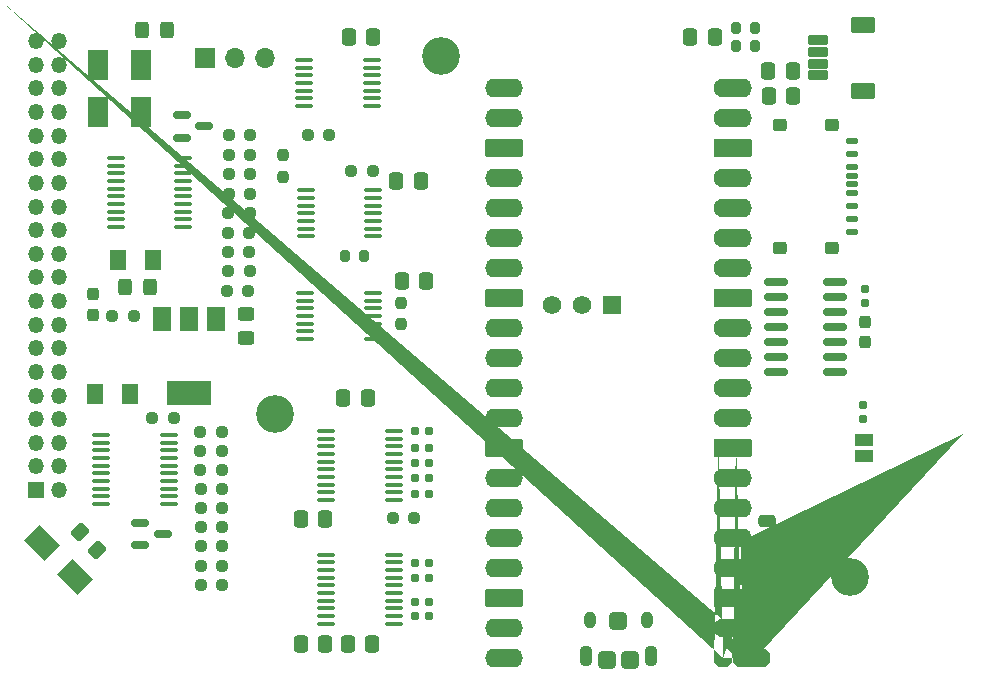
<source format=gbr>
%TF.GenerationSoftware,KiCad,Pcbnew,7.0.8-7.0.8~ubuntu22.04.1*%
%TF.CreationDate,2023-10-31T08:05:55-06:00*%
%TF.ProjectId,PowerBook,506f7765-7242-46f6-9f6b-2e6b69636164,rev?*%
%TF.SameCoordinates,Original*%
%TF.FileFunction,Soldermask,Top*%
%TF.FilePolarity,Negative*%
%FSLAX46Y46*%
G04 Gerber Fmt 4.6, Leading zero omitted, Abs format (unit mm)*
G04 Created by KiCad (PCBNEW 7.0.8-7.0.8~ubuntu22.04.1) date 2023-10-31 08:05:55*
%MOMM*%
%LPD*%
G01*
G04 APERTURE LIST*
G04 Aperture macros list*
%AMRoundRect*
0 Rectangle with rounded corners*
0 $1 Rounding radius*
0 $2 $3 $4 $5 $6 $7 $8 $9 X,Y pos of 4 corners*
0 Add a 4 corners polygon primitive as box body*
4,1,4,$2,$3,$4,$5,$6,$7,$8,$9,$2,$3,0*
0 Add four circle primitives for the rounded corners*
1,1,$1+$1,$2,$3*
1,1,$1+$1,$4,$5*
1,1,$1+$1,$6,$7*
1,1,$1+$1,$8,$9*
0 Add four rect primitives between the rounded corners*
20,1,$1+$1,$2,$3,$4,$5,0*
20,1,$1+$1,$4,$5,$6,$7,0*
20,1,$1+$1,$6,$7,$8,$9,0*
20,1,$1+$1,$8,$9,$2,$3,0*%
%AMRotRect*
0 Rectangle, with rotation*
0 The origin of the aperture is its center*
0 $1 length*
0 $2 width*
0 $3 Rotation angle, in degrees counterclockwise*
0 Add horizontal line*
21,1,$1,$2,0,0,$3*%
%AMFreePoly0*
4,1,58,1.881242,0.792533,1.914585,0.788777,1.924216,0.782725,1.935306,0.780194,1.961541,0.759271,1.989950,0.741421,2.341421,0.389950,2.359271,0.361541,2.380194,0.335306,2.382725,0.324216,2.388777,0.314585,2.392533,0.281242,2.400000,0.248529,2.400000,-0.248529,2.392533,-0.281242,2.388777,-0.314585,2.382725,-0.324216,2.380194,-0.335306,2.359271,-0.361541,2.341421,-0.389950,
1.989950,-0.741421,1.961541,-0.759271,1.935306,-0.780194,1.924216,-0.782725,1.914585,-0.788777,1.881242,-0.792533,1.848529,-0.800000,0.000000,-0.800000,-0.248529,-0.800000,-0.281242,-0.792533,-0.314585,-0.788777,-0.324216,-0.782725,-0.335306,-0.780194,-0.361541,-0.759271,-0.389950,-0.741421,-0.741421,-0.389950,-0.759271,-0.361541,-0.780194,-0.335306,-0.782725,-0.324216,-0.788777,-0.314585,
-0.792533,-0.281242,-0.800000,-0.248529,-0.800000,0.248529,-0.792533,0.281242,-0.788777,0.314585,-0.782725,0.324216,-0.780194,0.335306,-0.759271,0.361541,-0.741421,0.389950,-0.389950,0.741421,-0.361541,0.759271,-0.335306,0.780194,-0.324216,0.782725,-0.314585,0.788777,-0.281242,0.792533,-0.248529,0.800000,1.848529,0.800000,1.881242,0.792533,1.881242,0.792533,$1*%
%AMFreePoly1*
4,1,58,0.281242,0.792533,0.314585,0.788777,0.324216,0.782725,0.335306,0.780194,0.361541,0.759271,0.389950,0.741421,0.741421,0.389950,0.759271,0.361541,0.780194,0.335306,0.782725,0.324216,0.788777,0.314585,0.792533,0.281242,0.800000,0.248529,0.800000,-0.248529,0.792533,-0.281242,0.788777,-0.314585,0.782725,-0.324216,0.780194,-0.335306,0.759271,-0.361541,0.741421,-0.389950,
0.389950,-0.741421,0.361541,-0.759271,0.335306,-0.780194,0.324216,-0.782725,0.314585,-0.788777,0.281242,-0.792533,0.248529,-0.800000,0.000000,-0.800000,-0.248529,-0.800000,-0.281242,-0.792533,-0.314585,-0.788777,-0.324216,-0.782725,-0.335306,-0.780194,-0.361541,-0.759271,-0.389950,-0.741421,-0.741421,-0.389950,-0.759271,-0.361541,-0.780194,-0.335306,-0.782725,-0.324216,-0.788777,-0.314585,
-0.792533,-0.281242,-0.800000,-0.248529,-0.800000,0.248529,-0.792533,0.281242,-0.788777,0.314585,-0.782725,0.324216,-0.780194,0.335306,-0.759271,0.361541,-0.741421,0.389950,-0.389950,0.741421,-0.361541,0.759271,-0.335306,0.780194,-0.324216,0.782725,-0.314585,0.788777,-0.281242,0.792533,-0.248529,0.800000,0.248529,0.800000,0.281242,0.792533,0.281242,0.792533,$1*%
G04 Aperture macros list end*
%ADD10RoundRect,0.250001X0.462499X0.624999X-0.462499X0.624999X-0.462499X-0.624999X0.462499X-0.624999X0*%
%ADD11R,1.500000X2.000000*%
%ADD12R,3.800000X2.000000*%
%ADD13RoundRect,0.250000X0.325000X0.450000X-0.325000X0.450000X-0.325000X-0.450000X0.325000X-0.450000X0*%
%ADD14RoundRect,0.250000X0.450000X-0.325000X0.450000X0.325000X-0.450000X0.325000X-0.450000X-0.325000X0*%
%ADD15RoundRect,0.250000X0.548008X0.088388X0.088388X0.548008X-0.548008X-0.088388X-0.088388X-0.548008X0*%
%ADD16R,1.800000X2.500000*%
%ADD17R,1.700000X1.700000*%
%ADD18O,1.700000X1.700000*%
%ADD19RoundRect,0.160000X0.197500X0.160000X-0.197500X0.160000X-0.197500X-0.160000X0.197500X-0.160000X0*%
%ADD20RoundRect,0.237500X-0.250000X-0.237500X0.250000X-0.237500X0.250000X0.237500X-0.250000X0.237500X0*%
%ADD21RoundRect,0.100000X-0.637500X-0.100000X0.637500X-0.100000X0.637500X0.100000X-0.637500X0.100000X0*%
%ADD22C,3.200000*%
%ADD23RoundRect,0.250000X0.337500X0.475000X-0.337500X0.475000X-0.337500X-0.475000X0.337500X-0.475000X0*%
%ADD24RoundRect,0.250000X-0.337500X-0.475000X0.337500X-0.475000X0.337500X0.475000X-0.337500X0.475000X0*%
%ADD25RoundRect,0.160000X-0.160000X0.197500X-0.160000X-0.197500X0.160000X-0.197500X0.160000X0.197500X0*%
%ADD26RoundRect,0.100000X0.637500X0.100000X-0.637500X0.100000X-0.637500X-0.100000X0.637500X-0.100000X0*%
%ADD27RoundRect,0.237500X-0.237500X0.287500X-0.237500X-0.287500X0.237500X-0.287500X0.237500X0.287500X0*%
%ADD28RoundRect,0.200000X-0.200000X-0.275000X0.200000X-0.275000X0.200000X0.275000X-0.200000X0.275000X0*%
%ADD29RoundRect,0.150000X-0.587500X-0.150000X0.587500X-0.150000X0.587500X0.150000X-0.587500X0.150000X0*%
%ADD30RoundRect,0.237500X0.237500X-0.287500X0.237500X0.287500X-0.237500X0.287500X-0.237500X-0.287500X0*%
%ADD31RoundRect,0.250000X-0.475000X0.250000X-0.475000X-0.250000X0.475000X-0.250000X0.475000X0.250000X0*%
%ADD32RoundRect,0.200000X0.200000X0.275000X-0.200000X0.275000X-0.200000X-0.275000X0.200000X-0.275000X0*%
%ADD33RoundRect,0.237500X0.250000X0.237500X-0.250000X0.237500X-0.250000X-0.237500X0.250000X-0.237500X0*%
%ADD34RotRect,2.500000X1.800000X135.000000*%
%ADD35O,1.100000X1.800000*%
%ADD36O,1.050000X1.450000*%
%ADD37FreePoly0,180.000000*%
%ADD38FreePoly1,180.000000*%
%ADD39O,3.200000X1.600000*%
%ADD40C,1.600000*%
%ADD41RoundRect,0.200000X1.400000X0.600000X-1.400000X0.600000X-1.400000X-0.600000X1.400000X-0.600000X0*%
%ADD42RoundRect,0.200000X0.600000X0.600000X-0.600000X0.600000X-0.600000X-0.600000X0.600000X-0.600000X0*%
%ADD43R,1.574800X1.574800*%
%ADD44C,1.574800*%
%ADD45RoundRect,0.300000X0.450000X0.450000X-0.450000X0.450000X-0.450000X-0.450000X0.450000X-0.450000X0*%
%ADD46RoundRect,0.125000X-0.415000X0.125000X-0.415000X-0.125000X0.415000X-0.125000X0.415000X0.125000X0*%
%ADD47RoundRect,0.262500X-0.337500X0.262500X-0.337500X-0.262500X0.337500X-0.262500X0.337500X0.262500X0*%
%ADD48RoundRect,0.102000X0.775000X-0.300000X0.775000X0.300000X-0.775000X0.300000X-0.775000X-0.300000X0*%
%ADD49RoundRect,0.102000X-0.900000X0.600000X-0.900000X-0.600000X0.900000X-0.600000X0.900000X0.600000X0*%
%ADD50R,1.500000X1.000000*%
%ADD51RoundRect,0.150000X0.825000X0.150000X-0.825000X0.150000X-0.825000X-0.150000X0.825000X-0.150000X0*%
%ADD52RoundRect,0.237500X0.237500X-0.250000X0.237500X0.250000X-0.237500X0.250000X-0.237500X-0.250000X0*%
%ADD53R,1.350000X1.350000*%
%ADD54O,1.350000X1.350000*%
G04 APERTURE END LIST*
D10*
%TO.C,C3*%
X112993500Y-93345000D03*
X110018500Y-93345000D03*
%TD*%
%TO.C,C4*%
X111052000Y-104673400D03*
X108077000Y-104673400D03*
%TD*%
D11*
%TO.C,U3*%
X118350120Y-98299320D03*
X116050120Y-98299320D03*
D12*
X116050120Y-104599320D03*
D11*
X113750120Y-98299320D03*
%TD*%
D13*
%TO.C,C2*%
X112717800Y-95631000D03*
X110667800Y-95631000D03*
%TD*%
D14*
%TO.C,C5*%
X120919000Y-99941600D03*
X120919000Y-97891600D03*
%TD*%
D15*
%TO.C,C6*%
X108242984Y-117818784D03*
X106793416Y-116369216D03*
%TD*%
D16*
%TO.C,D1*%
X112014000Y-76809600D03*
X112014000Y-80809600D03*
%TD*%
D17*
%TO.C,J1*%
X117373400Y-76225400D03*
D18*
X119913400Y-76225400D03*
X122453400Y-76225400D03*
%TD*%
D19*
%TO.C,R42*%
X136385900Y-123469400D03*
X135190900Y-123469400D03*
%TD*%
D20*
%TO.C,R39*%
X117039400Y-115951000D03*
X118864400Y-115951000D03*
%TD*%
D19*
%TO.C,R16*%
X136349600Y-113106200D03*
X135154600Y-113106200D03*
%TD*%
D21*
%TO.C,U2*%
X109837300Y-84654200D03*
X109837300Y-85304200D03*
X109837300Y-85954200D03*
X109837300Y-86604200D03*
X109837300Y-87254200D03*
X109837300Y-87904200D03*
X109837300Y-88554200D03*
X109837300Y-89204200D03*
X109837300Y-89854200D03*
X109837300Y-90504200D03*
X115562300Y-90504200D03*
X115562300Y-89854200D03*
X115562300Y-89204200D03*
X115562300Y-88554200D03*
X115562300Y-87904200D03*
X115562300Y-87254200D03*
X115562300Y-86604200D03*
X115562300Y-85954200D03*
X115562300Y-85304200D03*
X115562300Y-84654200D03*
%TD*%
D20*
%TO.C,R4*%
X119354600Y-92608400D03*
X121179600Y-92608400D03*
%TD*%
%TO.C,R33*%
X117014000Y-111048800D03*
X118839000Y-111048800D03*
%TD*%
%TO.C,R36*%
X117045100Y-120802400D03*
X118870100Y-120802400D03*
%TD*%
D22*
%TO.C,H1*%
X123367800Y-106375200D03*
%TD*%
D23*
%TO.C,C12*%
X167200400Y-79400400D03*
X165125400Y-79400400D03*
%TD*%
D20*
%TO.C,R5*%
X119354600Y-90982800D03*
X121179600Y-90982800D03*
%TD*%
%TO.C,R35*%
X117017800Y-107848400D03*
X118842800Y-107848400D03*
%TD*%
%TO.C,R1*%
X117045100Y-112699800D03*
X118870100Y-112699800D03*
%TD*%
D24*
%TO.C,C1*%
X158478400Y-74396600D03*
X160553400Y-74396600D03*
%TD*%
D23*
%TO.C,C8*%
X127584200Y-125806200D03*
X125509200Y-125806200D03*
%TD*%
D20*
%TO.C,R38*%
X117043200Y-117551200D03*
X118868200Y-117551200D03*
%TD*%
D19*
%TO.C,R17*%
X136348400Y-118922800D03*
X135153400Y-118922800D03*
%TD*%
D20*
%TO.C,R9*%
X119407300Y-87680800D03*
X121232300Y-87680800D03*
%TD*%
D19*
%TO.C,R13*%
X136349600Y-109194600D03*
X135154600Y-109194600D03*
%TD*%
D23*
%TO.C,C7*%
X167182800Y-77266800D03*
X165107800Y-77266800D03*
%TD*%
D20*
%TO.C,R40*%
X117043200Y-114325400D03*
X118868200Y-114325400D03*
%TD*%
D25*
%TO.C,R57*%
X173126400Y-105574500D03*
X173126400Y-106769500D03*
%TD*%
D26*
%TO.C,U4*%
X133393100Y-124108400D03*
X133393100Y-123458400D03*
X133393100Y-122808400D03*
X133393100Y-122158400D03*
X133393100Y-121508400D03*
X133393100Y-120858400D03*
X133393100Y-120208400D03*
X133393100Y-119558400D03*
X133393100Y-118908400D03*
X133393100Y-118258400D03*
X127668100Y-118258400D03*
X127668100Y-118908400D03*
X127668100Y-119558400D03*
X127668100Y-120208400D03*
X127668100Y-120858400D03*
X127668100Y-121508400D03*
X127668100Y-122158400D03*
X127668100Y-122808400D03*
X127668100Y-123458400D03*
X127668100Y-124108400D03*
%TD*%
D19*
%TO.C,R18*%
X136373800Y-120192800D03*
X135178800Y-120192800D03*
%TD*%
D27*
%TO.C,D5*%
X107888100Y-96192400D03*
X107888100Y-97942400D03*
%TD*%
D28*
%TO.C,R20*%
X162332400Y-73634600D03*
X163982400Y-73634600D03*
%TD*%
D29*
%TO.C,Q1*%
X115470700Y-81041200D03*
X115470700Y-82941200D03*
X117345700Y-81991200D03*
%TD*%
D24*
%TO.C,C15*%
X129137500Y-104952800D03*
X131212500Y-104952800D03*
%TD*%
D20*
%TO.C,R22*%
X129795900Y-85775800D03*
X131620900Y-85775800D03*
%TD*%
D24*
%TO.C,C14*%
X129594700Y-74447400D03*
X131669700Y-74447400D03*
%TD*%
D21*
%TO.C,U1*%
X108618100Y-108123800D03*
X108618100Y-108773800D03*
X108618100Y-109423800D03*
X108618100Y-110073800D03*
X108618100Y-110723800D03*
X108618100Y-111373800D03*
X108618100Y-112023800D03*
X108618100Y-112673800D03*
X108618100Y-113323800D03*
X108618100Y-113973800D03*
X114343100Y-113973800D03*
X114343100Y-113323800D03*
X114343100Y-112673800D03*
X114343100Y-112023800D03*
X114343100Y-111373800D03*
X114343100Y-110723800D03*
X114343100Y-110073800D03*
X114343100Y-109423800D03*
X114343100Y-108773800D03*
X114343100Y-108123800D03*
%TD*%
D16*
%TO.C,D2*%
X108356400Y-80777600D03*
X108356400Y-76777600D03*
%TD*%
D20*
%TO.C,R3*%
X119356500Y-94234000D03*
X121181500Y-94234000D03*
%TD*%
D19*
%TO.C,R15*%
X136349600Y-111760000D03*
X135154600Y-111760000D03*
%TD*%
D30*
%TO.C,D4*%
X173278800Y-100276600D03*
X173278800Y-98526600D03*
%TD*%
D31*
%TO.C,C16*%
X164998400Y-115382000D03*
X164998400Y-117282000D03*
%TD*%
D32*
%TO.C,R11*%
X163981400Y-75184000D03*
X162331400Y-75184000D03*
%TD*%
D33*
%TO.C,R56*%
X111391400Y-98044000D03*
X109566400Y-98044000D03*
%TD*%
D22*
%TO.C,H5*%
X137388600Y-76073000D03*
%TD*%
D34*
%TO.C,D3*%
X106417814Y-120133814D03*
X103589386Y-117305386D03*
%TD*%
D20*
%TO.C,R7*%
X119405400Y-84378800D03*
X121230400Y-84378800D03*
%TD*%
D25*
%TO.C,R30*%
X173253400Y-95767500D03*
X173253400Y-96962500D03*
%TD*%
D35*
%TO.C,RP1*%
X155140400Y-126856200D03*
D36*
X154840400Y-123826200D03*
X149990400Y-123826200D03*
D35*
X149690400Y-126856200D03*
D37*
X162905400Y-126986200D03*
D38*
X161305400Y-126986200D03*
D39*
X162105400Y-124446200D03*
D40*
X161305400Y-124446200D03*
D41*
X162105400Y-121906200D03*
D42*
X161305400Y-121906200D03*
D39*
X162105400Y-119366200D03*
D40*
X161305400Y-119366200D03*
D39*
X162105400Y-116826200D03*
D40*
X161305400Y-116826200D03*
D39*
X162105400Y-114286200D03*
D40*
X161305400Y-114286200D03*
D39*
X162105400Y-111746200D03*
D40*
X161305400Y-111746200D03*
D41*
X162105400Y-109206200D03*
D42*
X161305400Y-109206200D03*
D39*
X162105400Y-106666200D03*
D40*
X161305400Y-106666200D03*
D39*
X162105400Y-104126200D03*
D40*
X161305400Y-104126200D03*
D39*
X162105400Y-101586200D03*
D40*
X161305400Y-101586200D03*
D39*
X162105400Y-99046200D03*
D40*
X161305400Y-99046200D03*
D41*
X162105400Y-96506200D03*
D42*
X161305400Y-96506200D03*
D39*
X162105400Y-93966200D03*
D40*
X161305400Y-93966200D03*
D39*
X162105400Y-91426200D03*
D40*
X161305400Y-91426200D03*
D39*
X162105400Y-88886200D03*
D40*
X161305400Y-88886200D03*
D39*
X162105400Y-86346200D03*
D40*
X161305400Y-86346200D03*
D41*
X162105400Y-83806200D03*
D42*
X161305400Y-83806200D03*
D39*
X162105400Y-81266200D03*
D40*
X161305400Y-81266200D03*
D39*
X162105400Y-78726200D03*
D40*
X161305400Y-78726200D03*
X143525400Y-78726200D03*
D39*
X142725400Y-78726200D03*
D40*
X143525400Y-81266200D03*
D39*
X142725400Y-81266200D03*
D42*
X143525400Y-83806200D03*
D41*
X142725400Y-83806200D03*
D40*
X143525400Y-86346200D03*
D39*
X142725400Y-86346200D03*
D40*
X143525400Y-88886200D03*
D39*
X142725400Y-88886200D03*
D40*
X143525400Y-91426200D03*
D39*
X142725400Y-91426200D03*
D40*
X143525400Y-93966200D03*
D39*
X142725400Y-93966200D03*
D42*
X143525400Y-96506200D03*
D41*
X142725400Y-96506200D03*
D40*
X143525400Y-99046200D03*
D39*
X142725400Y-99046200D03*
D40*
X143525400Y-101586200D03*
D39*
X142725400Y-101586200D03*
D40*
X143525400Y-104126200D03*
D39*
X142725400Y-104126200D03*
D40*
X143525400Y-106666200D03*
D39*
X142725400Y-106666200D03*
D42*
X143525400Y-109206200D03*
D41*
X142725400Y-109206200D03*
D40*
X143525400Y-111746200D03*
D39*
X142725400Y-111746200D03*
D40*
X143525400Y-114286200D03*
D39*
X142725400Y-114286200D03*
D40*
X143525400Y-116826200D03*
D39*
X142725400Y-116826200D03*
D40*
X143525400Y-119366200D03*
D39*
X142725400Y-119366200D03*
D42*
X143525400Y-121906200D03*
D41*
X142725400Y-121906200D03*
D40*
X143525400Y-124446200D03*
D39*
X142725400Y-124446200D03*
D40*
X143525400Y-126986200D03*
D39*
X142725400Y-126986200D03*
D43*
X151831200Y-97156200D03*
D44*
X149291200Y-97156200D03*
X146751200Y-97156200D03*
D45*
X152415400Y-123856200D03*
X151415400Y-127156200D03*
X153415400Y-127156200D03*
%TD*%
D20*
%TO.C,R8*%
X119407300Y-86055200D03*
X121232300Y-86055200D03*
%TD*%
%TO.C,R2*%
X119254900Y-95910400D03*
X121079900Y-95910400D03*
%TD*%
D46*
%TO.C,SD2*%
X172164000Y-83246600D03*
X172164000Y-84346600D03*
X172164000Y-85446600D03*
X172164000Y-86196600D03*
X172164000Y-86896600D03*
X172164000Y-87646600D03*
X172164000Y-88746600D03*
X172164000Y-89846600D03*
X172164000Y-90946600D03*
D47*
X170524000Y-81871600D03*
X166074000Y-81871600D03*
X170524000Y-92321600D03*
X166074000Y-92321600D03*
%TD*%
D48*
%TO.C,J3*%
X169272200Y-77674600D03*
X169272200Y-76674600D03*
X169272200Y-75674600D03*
X169272200Y-74674600D03*
D49*
X173147200Y-78974600D03*
X173147200Y-73374600D03*
%TD*%
D19*
%TO.C,R12*%
X136348400Y-107772200D03*
X135153400Y-107772200D03*
%TD*%
D50*
%TO.C,JP1*%
X173228000Y-108570000D03*
X173228000Y-109870000D03*
%TD*%
D19*
%TO.C,R19*%
X136399200Y-122224800D03*
X135204200Y-122224800D03*
%TD*%
D24*
%TO.C,C10*%
X129489200Y-125806200D03*
X131564200Y-125806200D03*
%TD*%
D32*
%TO.C,R21*%
X130898400Y-92938600D03*
X129248400Y-92938600D03*
%TD*%
D23*
%TO.C,C9*%
X136165500Y-95097600D03*
X134090500Y-95097600D03*
%TD*%
D51*
%TO.C,U8*%
X170724600Y-102768400D03*
X170724600Y-101498400D03*
X170724600Y-100228400D03*
X170724600Y-98958400D03*
X170724600Y-97688400D03*
X170724600Y-96418400D03*
X170724600Y-95148400D03*
X165774600Y-95148400D03*
X165774600Y-96418400D03*
X165774600Y-97688400D03*
X165774600Y-98958400D03*
X165774600Y-100228400D03*
X165774600Y-101498400D03*
X165774600Y-102768400D03*
%TD*%
D20*
%TO.C,R10*%
X119356500Y-89357200D03*
X121181500Y-89357200D03*
%TD*%
D29*
%TO.C,Q2*%
X111940100Y-115534400D03*
X111940100Y-117434400D03*
X113815100Y-116484400D03*
%TD*%
D20*
%TO.C,R34*%
X117017800Y-109448600D03*
X118842800Y-109448600D03*
%TD*%
D33*
%TO.C,R41*%
X114778800Y-106654600D03*
X112953800Y-106654600D03*
%TD*%
D21*
%TO.C,U7*%
X125940900Y-87407200D03*
X125940900Y-88057200D03*
X125940900Y-88707200D03*
X125940900Y-89357200D03*
X125940900Y-90007200D03*
X125940900Y-90657200D03*
X125940900Y-91307200D03*
X131665900Y-91307200D03*
X131665900Y-90657200D03*
X131665900Y-90007200D03*
X131665900Y-89357200D03*
X131665900Y-88707200D03*
X131665900Y-88057200D03*
X131665900Y-87407200D03*
%TD*%
D20*
%TO.C,R37*%
X117043200Y-119176800D03*
X118868200Y-119176800D03*
%TD*%
D13*
%TO.C,F2*%
X114156600Y-73850000D03*
X112106600Y-73850000D03*
%TD*%
D22*
%TO.C,H3*%
X172034200Y-120142000D03*
%TD*%
D52*
%TO.C,R23*%
X133985000Y-98751400D03*
X133985000Y-96926400D03*
%TD*%
D20*
%TO.C,R25*%
X133299200Y-115112800D03*
X135124200Y-115112800D03*
%TD*%
D21*
%TO.C,U5*%
X125897800Y-96089400D03*
X125897800Y-96739400D03*
X125897800Y-97389400D03*
X125897800Y-98039400D03*
X125897800Y-98689400D03*
X125897800Y-99339400D03*
X125897800Y-99989400D03*
X131622800Y-99989400D03*
X131622800Y-99339400D03*
X131622800Y-98689400D03*
X131622800Y-98039400D03*
X131622800Y-97389400D03*
X131622800Y-96739400D03*
X131622800Y-96089400D03*
%TD*%
D19*
%TO.C,R14*%
X136349600Y-110464600D03*
X135154600Y-110464600D03*
%TD*%
D26*
%TO.C,U9*%
X133393100Y-113618200D03*
X133393100Y-112968200D03*
X133393100Y-112318200D03*
X133393100Y-111668200D03*
X133393100Y-111018200D03*
X133393100Y-110368200D03*
X133393100Y-109718200D03*
X133393100Y-109068200D03*
X133393100Y-108418200D03*
X133393100Y-107768200D03*
X127668100Y-107768200D03*
X127668100Y-108418200D03*
X127668100Y-109068200D03*
X127668100Y-109718200D03*
X127668100Y-110368200D03*
X127668100Y-111018200D03*
X127668100Y-111668200D03*
X127668100Y-112318200D03*
X127668100Y-112968200D03*
X127668100Y-113618200D03*
%TD*%
D21*
%TO.C,U6*%
X125813900Y-76358200D03*
X125813900Y-77008200D03*
X125813900Y-77658200D03*
X125813900Y-78308200D03*
X125813900Y-78958200D03*
X125813900Y-79608200D03*
X125813900Y-80258200D03*
X131538900Y-80258200D03*
X131538900Y-79608200D03*
X131538900Y-78958200D03*
X131538900Y-78308200D03*
X131538900Y-77658200D03*
X131538900Y-77008200D03*
X131538900Y-76358200D03*
%TD*%
D53*
%TO.C,J2*%
X103073200Y-112776800D03*
D54*
X105073200Y-112776800D03*
X103073200Y-110776800D03*
X105073200Y-110776800D03*
X103073200Y-108776800D03*
X105073200Y-108776800D03*
X103073200Y-106776800D03*
X105073200Y-106776800D03*
X103073200Y-104776800D03*
X105073200Y-104776800D03*
X103073200Y-102776800D03*
X105073200Y-102776800D03*
X103073200Y-100776800D03*
X105073200Y-100776800D03*
X103073200Y-98776800D03*
X105073200Y-98776800D03*
X105073200Y-96776800D03*
X103073200Y-94776800D03*
X105073200Y-94776800D03*
X103073200Y-92776800D03*
X105073200Y-92776800D03*
X103073200Y-90776800D03*
X105073200Y-90776800D03*
X103073200Y-88776800D03*
X105073200Y-88776800D03*
X103073200Y-86776800D03*
X105073200Y-86776800D03*
X103073200Y-84776800D03*
X105073200Y-84776800D03*
X103073200Y-82776800D03*
X105073200Y-82776800D03*
X103073200Y-80776800D03*
X105073200Y-80776800D03*
X103073200Y-78776800D03*
X105073200Y-78776800D03*
X103073200Y-76776800D03*
X105073200Y-76776800D03*
X103073200Y-74776800D03*
X105073200Y-74776800D03*
X103073200Y-96776800D03*
%TD*%
D20*
%TO.C,R6*%
X119405400Y-82702400D03*
X121230400Y-82702400D03*
%TD*%
D23*
%TO.C,C11*%
X127605700Y-115265200D03*
X125530700Y-115265200D03*
%TD*%
%TO.C,C13*%
X135679000Y-86639400D03*
X133604000Y-86639400D03*
%TD*%
D20*
%TO.C,R29*%
X126112900Y-82727800D03*
X127937900Y-82727800D03*
%TD*%
D52*
%TO.C,R28*%
X124053600Y-86280000D03*
X124053600Y-84455000D03*
%TD*%
M02*

</source>
